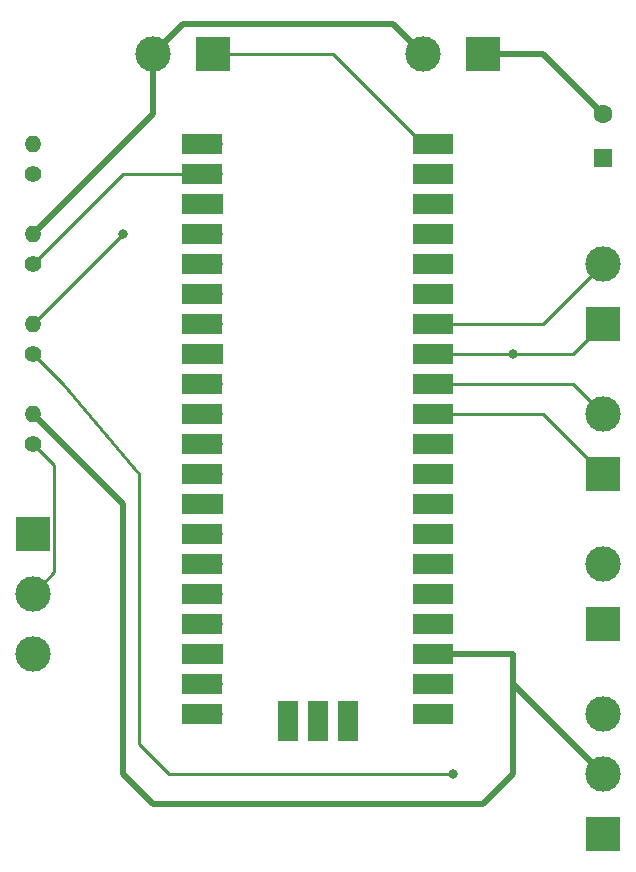
<source format=gbr>
%TF.GenerationSoftware,KiCad,Pcbnew,7.0.6-0*%
%TF.CreationDate,2023-12-23T18:42:55-05:00*%
%TF.ProjectId,Cornhole Wiring,436f726e-686f-46c6-9520-576972696e67,rev?*%
%TF.SameCoordinates,Original*%
%TF.FileFunction,Copper,L1,Top*%
%TF.FilePolarity,Positive*%
%FSLAX46Y46*%
G04 Gerber Fmt 4.6, Leading zero omitted, Abs format (unit mm)*
G04 Created by KiCad (PCBNEW 7.0.6-0) date 2023-12-23 18:42:55*
%MOMM*%
%LPD*%
G01*
G04 APERTURE LIST*
%TA.AperFunction,ComponentPad*%
%ADD10C,3.000000*%
%TD*%
%TA.AperFunction,ComponentPad*%
%ADD11R,3.000000X3.000000*%
%TD*%
%TA.AperFunction,ComponentPad*%
%ADD12O,1.700000X1.700000*%
%TD*%
%TA.AperFunction,SMDPad,CuDef*%
%ADD13R,3.500000X1.700000*%
%TD*%
%TA.AperFunction,ComponentPad*%
%ADD14R,1.700000X1.700000*%
%TD*%
%TA.AperFunction,SMDPad,CuDef*%
%ADD15R,1.700000X3.500000*%
%TD*%
%TA.AperFunction,ComponentPad*%
%ADD16C,1.400000*%
%TD*%
%TA.AperFunction,ComponentPad*%
%ADD17O,1.400000X1.400000*%
%TD*%
%TA.AperFunction,ComponentPad*%
%ADD18C,1.600000*%
%TD*%
%TA.AperFunction,ComponentPad*%
%ADD19R,1.600000X1.600000*%
%TD*%
%TA.AperFunction,ViaPad*%
%ADD20C,0.800000*%
%TD*%
%TA.AperFunction,Conductor*%
%ADD21C,0.500000*%
%TD*%
%TA.AperFunction,Conductor*%
%ADD22C,0.250000*%
%TD*%
G04 APERTURE END LIST*
D10*
%TO.P,J6,3,Pin_3*%
%TO.N,Net-(J6-Pin_3)*%
X114300000Y-109220000D03*
%TO.P,J6,2,Pin_2*%
%TO.N,Net-(J1-Pin_2)*%
X114300000Y-114300000D03*
D11*
%TO.P,J6,1,Pin_1*%
%TO.N,Net-(J6-Pin_1)*%
X114300000Y-119380000D03*
%TD*%
%TO.P,J1,1,Pin_1*%
%TO.N,Net-(J1-Pin_1)*%
X81280000Y-53340000D03*
D10*
%TO.P,J1,2,Pin_2*%
%TO.N,Net-(J1-Pin_2)*%
X76200000Y-53340000D03*
%TD*%
D12*
%TO.P,U1,1,GPIO0*%
%TO.N,Net-(U1-GPIO0)*%
X81280000Y-60960000D03*
D13*
X80380000Y-60960000D03*
D12*
%TO.P,U1,2,GPIO1*%
%TO.N,Net-(J2-Pin_3)*%
X81280000Y-63500000D03*
D13*
X80380000Y-63500000D03*
D14*
%TO.P,U1,3,GND*%
%TO.N,unconnected-(U1-GND-Pad3)*%
X81280000Y-66040000D03*
D13*
X80380000Y-66040000D03*
D12*
%TO.P,U1,4,GPIO2*%
%TO.N,unconnected-(U1-GPIO2-Pad4)*%
X81280000Y-68580000D03*
D13*
X80380000Y-68580000D03*
D12*
%TO.P,U1,5,GPIO3*%
%TO.N,unconnected-(U1-GPIO3-Pad5)*%
X81280000Y-71120000D03*
D13*
X80380000Y-71120000D03*
D12*
%TO.P,U1,6,GPIO4*%
%TO.N,unconnected-(U1-GPIO4-Pad6)*%
X81280000Y-73660000D03*
D13*
X80380000Y-73660000D03*
D12*
%TO.P,U1,7,GPIO5*%
%TO.N,unconnected-(U1-GPIO5-Pad7)*%
X81280000Y-76200000D03*
D13*
X80380000Y-76200000D03*
D14*
%TO.P,U1,8,GND*%
%TO.N,unconnected-(U1-GND-Pad8)*%
X81280000Y-78740000D03*
D13*
X80380000Y-78740000D03*
D12*
%TO.P,U1,9,GPIO6*%
%TO.N,unconnected-(U1-GPIO6-Pad9)*%
X81280000Y-81280000D03*
D13*
X80380000Y-81280000D03*
D12*
%TO.P,U1,10,GPIO7*%
%TO.N,unconnected-(U1-GPIO7-Pad10)*%
X81280000Y-83820000D03*
D13*
X80380000Y-83820000D03*
D12*
%TO.P,U1,11,GPIO8*%
%TO.N,unconnected-(U1-GPIO8-Pad11)*%
X81280000Y-86360000D03*
D13*
X80380000Y-86360000D03*
D12*
%TO.P,U1,12,GPIO9*%
%TO.N,unconnected-(U1-GPIO9-Pad12)*%
X81280000Y-88900000D03*
D13*
X80380000Y-88900000D03*
D14*
%TO.P,U1,13,GND*%
%TO.N,unconnected-(U1-GND-Pad13)*%
X81280000Y-91440000D03*
D13*
X80380000Y-91440000D03*
D12*
%TO.P,U1,14,GPIO10*%
%TO.N,unconnected-(U1-GPIO10-Pad14)*%
X81280000Y-93980000D03*
D13*
X80380000Y-93980000D03*
D12*
%TO.P,U1,15,GPIO11*%
%TO.N,unconnected-(U1-GPIO11-Pad15)*%
X81280000Y-96520000D03*
D13*
X80380000Y-96520000D03*
D12*
%TO.P,U1,16,GPIO12*%
%TO.N,unconnected-(U1-GPIO12-Pad16)*%
X81280000Y-99060000D03*
D13*
X80380000Y-99060000D03*
D12*
%TO.P,U1,17,GPIO13*%
%TO.N,unconnected-(U1-GPIO13-Pad17)*%
X81280000Y-101600000D03*
D13*
X80380000Y-101600000D03*
D14*
%TO.P,U1,18,GND*%
%TO.N,unconnected-(U1-GND-Pad18)*%
X81280000Y-104140000D03*
D13*
X80380000Y-104140000D03*
D12*
%TO.P,U1,19,GPIO14*%
%TO.N,unconnected-(U1-GPIO14-Pad19)*%
X81280000Y-106680000D03*
D13*
X80380000Y-106680000D03*
D12*
%TO.P,U1,20,GPIO15*%
%TO.N,unconnected-(U1-GPIO15-Pad20)*%
X81280000Y-109220000D03*
D13*
X80380000Y-109220000D03*
D12*
%TO.P,U1,21,GPIO16*%
%TO.N,unconnected-(U1-GPIO16-Pad21)*%
X99060000Y-109220000D03*
D13*
X99960000Y-109220000D03*
D12*
%TO.P,U1,22,GPIO17*%
%TO.N,unconnected-(U1-GPIO17-Pad22)*%
X99060000Y-106680000D03*
D13*
X99960000Y-106680000D03*
D14*
%TO.P,U1,23,GND*%
%TO.N,Net-(J1-Pin_2)*%
X99060000Y-104140000D03*
D13*
X99960000Y-104140000D03*
D12*
%TO.P,U1,24,GPIO18*%
%TO.N,unconnected-(U1-GPIO18-Pad24)*%
X99060000Y-101600000D03*
D13*
X99960000Y-101600000D03*
D12*
%TO.P,U1,25,GPIO19*%
%TO.N,unconnected-(U1-GPIO19-Pad25)*%
X99060000Y-99060000D03*
D13*
X99960000Y-99060000D03*
D12*
%TO.P,U1,26,GPIO20*%
%TO.N,unconnected-(U1-GPIO20-Pad26)*%
X99060000Y-96520000D03*
D13*
X99960000Y-96520000D03*
D12*
%TO.P,U1,27,GPIO21*%
%TO.N,unconnected-(U1-GPIO21-Pad27)*%
X99060000Y-93980000D03*
D13*
X99960000Y-93980000D03*
D14*
%TO.P,U1,28,GND*%
%TO.N,unconnected-(U1-GND-Pad28)*%
X99060000Y-91440000D03*
D13*
X99960000Y-91440000D03*
D12*
%TO.P,U1,29,GPIO22*%
%TO.N,unconnected-(U1-GPIO22-Pad29)*%
X99060000Y-88900000D03*
D13*
X99960000Y-88900000D03*
D12*
%TO.P,U1,30,RUN*%
%TO.N,unconnected-(U1-RUN-Pad30)*%
X99060000Y-86360000D03*
D13*
X99960000Y-86360000D03*
D12*
%TO.P,U1,31,GPIO26_ADC0*%
%TO.N,Net-(J7-Pin_1)*%
X99060000Y-83820000D03*
D13*
X99960000Y-83820000D03*
D12*
%TO.P,U1,32,GPIO27_ADC1*%
%TO.N,Net-(J7-Pin_2)*%
X99060000Y-81280000D03*
D13*
X99960000Y-81280000D03*
D14*
%TO.P,U1,33,AGND*%
%TO.N,Net-(J3-Pin_1)*%
X99060000Y-78740000D03*
D13*
X99960000Y-78740000D03*
D12*
%TO.P,U1,34,GPIO28_ADC2*%
%TO.N,Net-(J3-Pin_2)*%
X99060000Y-76200000D03*
D13*
X99960000Y-76200000D03*
D12*
%TO.P,U1,35,ADC_VREF*%
%TO.N,Net-(J4-Pin_1)*%
X99060000Y-73660000D03*
D13*
X99960000Y-73660000D03*
D12*
%TO.P,U1,36,3V3*%
%TO.N,Net-(J2-Pin_1)*%
X99060000Y-71120000D03*
D13*
X99960000Y-71120000D03*
D12*
%TO.P,U1,37,3V3_EN*%
%TO.N,unconnected-(U1-3V3_EN-Pad37)*%
X99060000Y-68580000D03*
D13*
X99960000Y-68580000D03*
D14*
%TO.P,U1,38,GND*%
%TO.N,unconnected-(U1-GND-Pad38)*%
X99060000Y-66040000D03*
D13*
X99960000Y-66040000D03*
D12*
%TO.P,U1,39,VSYS*%
%TO.N,unconnected-(U1-VSYS-Pad39)*%
X99060000Y-63500000D03*
D13*
X99960000Y-63500000D03*
D12*
%TO.P,U1,40,VBUS*%
%TO.N,Net-(J1-Pin_1)*%
X99060000Y-60960000D03*
D13*
X99960000Y-60960000D03*
D12*
%TO.P,U1,41,SWCLK*%
%TO.N,unconnected-(U1-SWCLK-Pad41)*%
X87630000Y-108990000D03*
D15*
X87630000Y-109890000D03*
D14*
%TO.P,U1,42,GND*%
%TO.N,unconnected-(U1-GND-Pad42)*%
X90170000Y-108990000D03*
D15*
X90170000Y-109890000D03*
D12*
%TO.P,U1,43,SWDIO*%
%TO.N,unconnected-(U1-SWDIO-Pad43)*%
X92710000Y-108990000D03*
D15*
X92710000Y-109890000D03*
%TD*%
D16*
%TO.P,R4,1*%
%TO.N,Net-(J3-Pin_2)*%
X66040000Y-63500000D03*
D17*
%TO.P,R4,2*%
%TO.N,Net-(J4-Pin_1)*%
X66040000Y-60960000D03*
%TD*%
D16*
%TO.P,R3,1*%
%TO.N,Net-(J2-Pin_2)*%
X66040000Y-86360000D03*
D17*
%TO.P,R3,2*%
%TO.N,Net-(J1-Pin_2)*%
X66040000Y-83820000D03*
%TD*%
D16*
%TO.P,R2,1*%
%TO.N,Net-(J2-Pin_3)*%
X66040000Y-71120000D03*
D17*
%TO.P,R2,2*%
%TO.N,Net-(J1-Pin_2)*%
X66040000Y-68580000D03*
%TD*%
D16*
%TO.P,R1,1*%
%TO.N,Net-(J6-Pin_3)*%
X66040000Y-78740000D03*
D17*
%TO.P,R1,2*%
%TO.N,Net-(U1-GPIO0)*%
X66040000Y-76200000D03*
%TD*%
D10*
%TO.P,J7,2,Pin_2*%
%TO.N,Net-(J7-Pin_2)*%
X114300000Y-83820000D03*
D11*
%TO.P,J7,1,Pin_1*%
%TO.N,Net-(J7-Pin_1)*%
X114300000Y-88900000D03*
%TD*%
D10*
%TO.P,J5,2,Pin_2*%
%TO.N,Net-(J1-Pin_2)*%
X99060000Y-53340000D03*
D11*
%TO.P,J5,1,Pin_1*%
%TO.N,Net-(J5-Pin_1)*%
X104140000Y-53340000D03*
%TD*%
D10*
%TO.P,J4,2,Pin_2*%
%TO.N,Net-(J3-Pin_1)*%
X114300000Y-96520000D03*
D11*
%TO.P,J4,1,Pin_1*%
%TO.N,Net-(J4-Pin_1)*%
X114300000Y-101600000D03*
%TD*%
%TO.P,J3,1,Pin_1*%
%TO.N,Net-(J3-Pin_1)*%
X114300000Y-76200000D03*
D10*
%TO.P,J3,2,Pin_2*%
%TO.N,Net-(J3-Pin_2)*%
X114300000Y-71120000D03*
%TD*%
D11*
%TO.P,J2,1,Pin_1*%
%TO.N,Net-(J2-Pin_1)*%
X66040000Y-93980000D03*
D10*
%TO.P,J2,2,Pin_2*%
%TO.N,Net-(J2-Pin_2)*%
X66040000Y-99060000D03*
%TO.P,J2,3,Pin_3*%
%TO.N,Net-(J2-Pin_3)*%
X66040000Y-104140000D03*
%TD*%
D18*
%TO.P,C1,2*%
%TO.N,Net-(J5-Pin_1)*%
X114300000Y-58420000D03*
D19*
%TO.P,C1,1*%
%TO.N,Net-(J6-Pin_1)*%
X114300000Y-62220000D03*
%TD*%
D20*
%TO.N,Net-(J3-Pin_1)*%
X106680000Y-78740000D03*
%TO.N,Net-(J6-Pin_3)*%
X101600000Y-114300000D03*
%TO.N,Net-(U1-GPIO0)*%
X73660000Y-68580000D03*
%TD*%
D21*
%TO.N,Net-(J1-Pin_2)*%
X76200000Y-53340000D02*
X78740000Y-50800000D01*
X96520000Y-50800000D02*
X99060000Y-53340000D01*
X78740000Y-50800000D02*
X96520000Y-50800000D01*
D22*
%TO.N,Net-(J2-Pin_3)*%
X81280000Y-63500000D02*
X73660000Y-63500000D01*
D21*
%TO.N,Net-(J5-Pin_1)*%
X114300000Y-58420000D02*
X109220000Y-53340000D01*
X109220000Y-53340000D02*
X104140000Y-53340000D01*
%TO.N,Net-(J1-Pin_2)*%
X106680000Y-104140000D02*
X106680000Y-106680000D01*
X106680000Y-106680000D02*
X114300000Y-114300000D01*
D22*
%TO.N,Net-(J7-Pin_1)*%
X114300000Y-88900000D02*
X109220000Y-83820000D01*
X109220000Y-83820000D02*
X99060000Y-83820000D01*
%TO.N,Net-(J7-Pin_2)*%
X114300000Y-83820000D02*
X111760000Y-81280000D01*
X111760000Y-81280000D02*
X99060000Y-81280000D01*
%TO.N,Net-(J3-Pin_1)*%
X106680000Y-78740000D02*
X99060000Y-78740000D01*
%TO.N,Net-(J3-Pin_2)*%
X114300000Y-71120000D02*
X109220000Y-76200000D01*
X109220000Y-76200000D02*
X99060000Y-76200000D01*
%TO.N,Net-(J1-Pin_1)*%
X81280000Y-53340000D02*
X91440000Y-53340000D01*
X91440000Y-53340000D02*
X99060000Y-60960000D01*
D21*
%TO.N,Net-(J1-Pin_2)*%
X76200000Y-53340000D02*
X76200000Y-58420000D01*
X76200000Y-58420000D02*
X66040000Y-68580000D01*
D22*
%TO.N,Net-(U1-GPIO0)*%
X71120000Y-71120000D02*
X73660000Y-68580000D01*
X66040000Y-76200000D02*
X71120000Y-71120000D01*
%TO.N,Net-(J6-Pin_3)*%
X66040000Y-78740000D02*
X68580000Y-81280000D01*
D21*
%TO.N,Net-(J1-Pin_2)*%
X106680000Y-114300000D02*
X106680000Y-104140000D01*
X73660000Y-114300000D02*
X76200000Y-116840000D01*
X76200000Y-116840000D02*
X104140000Y-116840000D01*
X66040000Y-83820000D02*
X73660000Y-91440000D01*
X73660000Y-91440000D02*
X73660000Y-114300000D01*
D22*
%TO.N,Net-(J2-Pin_2)*%
X66040000Y-86360000D02*
X67865000Y-88185000D01*
X67865000Y-88185000D02*
X67865000Y-97235000D01*
X67865000Y-97235000D02*
X66040000Y-99060000D01*
%TO.N,Net-(J6-Pin_3)*%
X77540000Y-114300000D02*
X101600000Y-114300000D01*
X75000000Y-111760000D02*
X77540000Y-114300000D01*
X75000000Y-88900000D02*
X75000000Y-111760000D01*
X68580000Y-81280000D02*
X75000000Y-88900000D01*
%TO.N,Net-(J3-Pin_1)*%
X114300000Y-76200000D02*
X111760000Y-78740000D01*
X111760000Y-78740000D02*
X106680000Y-78740000D01*
%TO.N,Net-(J2-Pin_3)*%
X66040000Y-71120000D02*
X73660000Y-63500000D01*
D21*
%TO.N,Net-(J1-Pin_2)*%
X104140000Y-116840000D02*
X106680000Y-114300000D01*
X106680000Y-104140000D02*
X99060000Y-104140000D01*
%TD*%
M02*

</source>
